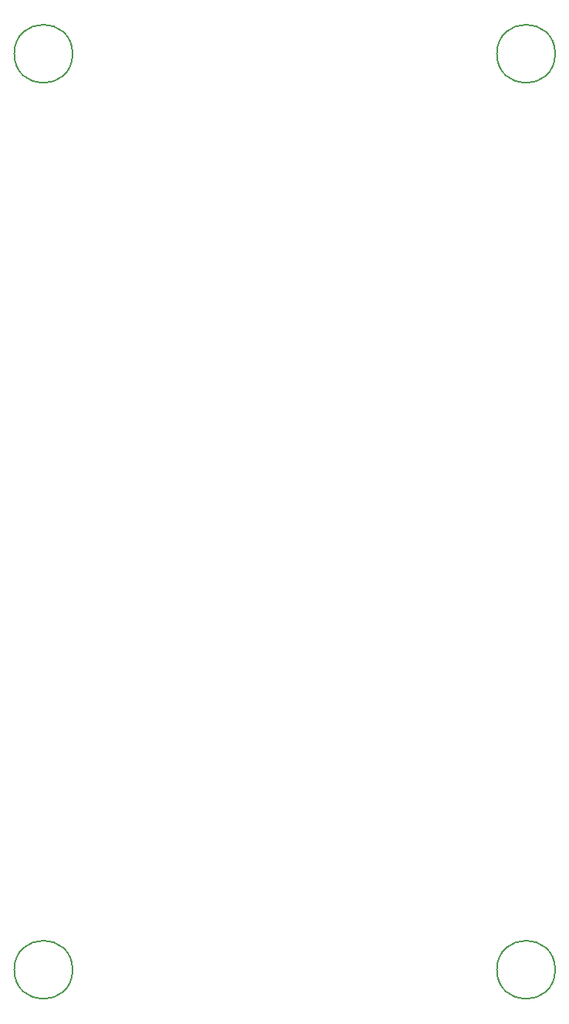
<source format=gbr>
%TF.GenerationSoftware,KiCad,Pcbnew,5.1.10-88a1d61d58~90~ubuntu20.04.1*%
%TF.CreationDate,2022-01-16T21:36:51+00:00*%
%TF.ProjectId,spike_n_hold,7370696b-655f-46e5-9f68-6f6c642e6b69,rev?*%
%TF.SameCoordinates,Original*%
%TF.FileFunction,Other,Comment*%
%FSLAX46Y46*%
G04 Gerber Fmt 4.6, Leading zero omitted, Abs format (unit mm)*
G04 Created by KiCad (PCBNEW 5.1.10-88a1d61d58~90~ubuntu20.04.1) date 2022-01-16 21:36:51*
%MOMM*%
%LPD*%
G01*
G04 APERTURE LIST*
%ADD10C,0.150000*%
G04 APERTURE END LIST*
D10*
%TO.C,H3*%
X165200000Y-37500000D02*
G75*
G03*
X165200000Y-37500000I-3200000J0D01*
G01*
%TO.C,H1*%
X112200000Y-37500000D02*
G75*
G03*
X112200000Y-37500000I-3200000J0D01*
G01*
%TO.C,H2*%
X112200000Y-138000000D02*
G75*
G03*
X112200000Y-138000000I-3200000J0D01*
G01*
%TO.C,H4*%
X165200000Y-138000000D02*
G75*
G03*
X165200000Y-138000000I-3200000J0D01*
G01*
%TD*%
M02*

</source>
